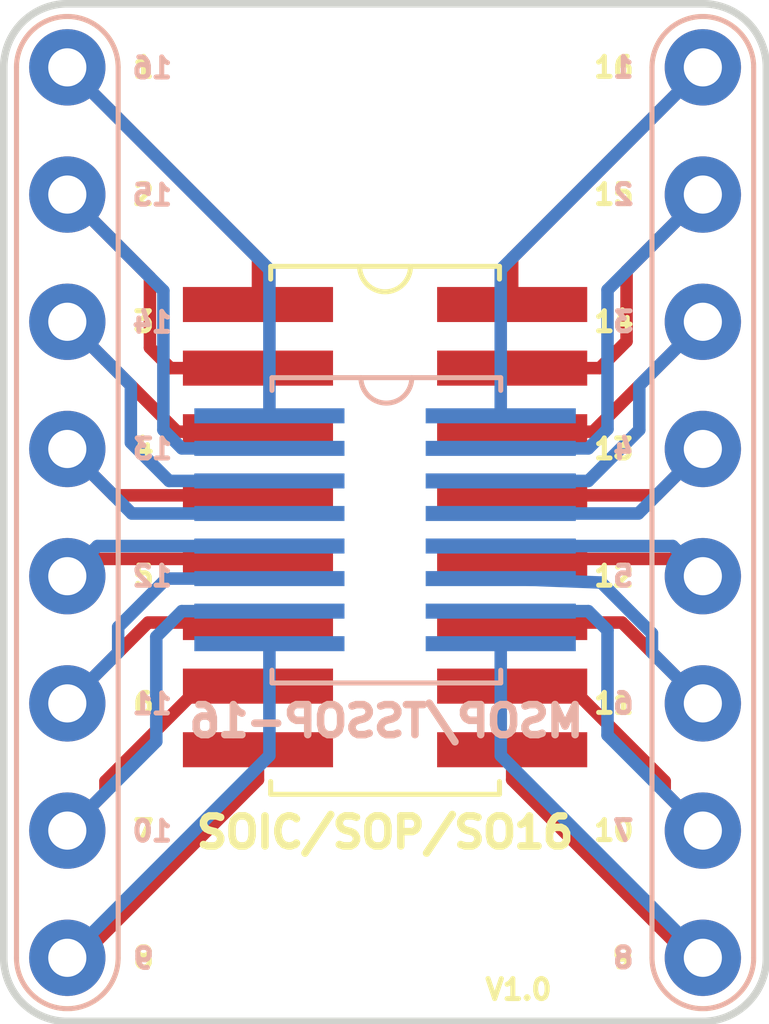
<source format=kicad_pcb>
(kicad_pcb (version 20171130) (host pcbnew "(5.0.0)")

  (general
    (thickness 1.6)
    (drawings 9)
    (tracks 96)
    (zones 0)
    (modules 3)
    (nets 17)
  )

  (page A4)
  (layers
    (0 F.Cu signal)
    (31 B.Cu signal)
    (32 B.Adhes user)
    (33 F.Adhes user)
    (34 B.Paste user)
    (35 F.Paste user)
    (36 B.SilkS user)
    (37 F.SilkS user)
    (38 B.Mask user)
    (39 F.Mask user)
    (40 Dwgs.User user)
    (41 Cmts.User user)
    (42 Eco1.User user)
    (43 Eco2.User user)
    (44 Edge.Cuts user)
    (45 Margin user)
    (46 B.CrtYd user)
    (47 F.CrtYd user)
    (48 B.Fab user)
    (49 F.Fab user)
  )

  (setup
    (last_trace_width 0.25)
    (trace_clearance 0.2)
    (zone_clearance 0.508)
    (zone_45_only no)
    (trace_min 0.2)
    (segment_width 0.2)
    (edge_width 0.15)
    (via_size 0.8)
    (via_drill 0.4)
    (via_min_size 0.4)
    (via_min_drill 0.3)
    (uvia_size 0.3)
    (uvia_drill 0.1)
    (uvias_allowed no)
    (uvia_min_size 0.2)
    (uvia_min_drill 0.1)
    (pcb_text_width 0.3)
    (pcb_text_size 1.5 1.5)
    (mod_edge_width 0.15)
    (mod_text_size 1 1)
    (mod_text_width 0.15)
    (pad_size 1.524 1.524)
    (pad_drill 0.762)
    (pad_to_mask_clearance 0.2)
    (aux_axis_origin 0 0)
    (visible_elements 7FFFFFFF)
    (pcbplotparams
      (layerselection 0x010fc_ffffffff)
      (usegerberextensions false)
      (usegerberattributes false)
      (usegerberadvancedattributes false)
      (creategerberjobfile false)
      (excludeedgelayer true)
      (linewidth 0.100000)
      (plotframeref false)
      (viasonmask false)
      (mode 1)
      (useauxorigin false)
      (hpglpennumber 1)
      (hpglpenspeed 20)
      (hpglpendiameter 15.000000)
      (psnegative false)
      (psa4output false)
      (plotreference true)
      (plotvalue true)
      (plotinvisibletext false)
      (padsonsilk false)
      (subtractmaskfromsilk false)
      (outputformat 1)
      (mirror false)
      (drillshape 1)
      (scaleselection 1)
      (outputdirectory ""))
  )

  (net 0 "")
  (net 1 "Net-(J1-Pad1)")
  (net 2 "Net-(J1-Pad2)")
  (net 3 "Net-(J1-Pad3)")
  (net 4 "Net-(J1-Pad4)")
  (net 5 "Net-(J1-Pad5)")
  (net 6 "Net-(J1-Pad6)")
  (net 7 "Net-(J1-Pad7)")
  (net 8 "Net-(J1-Pad8)")
  (net 9 "Net-(J1-Pad9)")
  (net 10 "Net-(J1-Pad10)")
  (net 11 "Net-(J1-Pad11)")
  (net 12 "Net-(J1-Pad12)")
  (net 13 "Net-(J1-Pad13)")
  (net 14 "Net-(J1-Pad14)")
  (net 15 "Net-(J1-Pad15)")
  (net 16 "Net-(J1-Pad16)")

  (net_class Default "This is the default net class."
    (clearance 0.2)
    (trace_width 0.25)
    (via_dia 0.8)
    (via_drill 0.4)
    (uvia_dia 0.3)
    (uvia_drill 0.1)
    (add_net "Net-(J1-Pad1)")
    (add_net "Net-(J1-Pad10)")
    (add_net "Net-(J1-Pad11)")
    (add_net "Net-(J1-Pad12)")
    (add_net "Net-(J1-Pad13)")
    (add_net "Net-(J1-Pad14)")
    (add_net "Net-(J1-Pad15)")
    (add_net "Net-(J1-Pad16)")
    (add_net "Net-(J1-Pad2)")
    (add_net "Net-(J1-Pad3)")
    (add_net "Net-(J1-Pad4)")
    (add_net "Net-(J1-Pad5)")
    (add_net "Net-(J1-Pad6)")
    (add_net "Net-(J1-Pad7)")
    (add_net "Net-(J1-Pad8)")
    (add_net "Net-(J1-Pad9)")
  )

  (module DevPcb:bb_2x8_ds locked (layer F.Cu) (tedit 5BCE1BA4) (tstamp 5BDAE1E1)
    (at 93.599 71.374)
    (path /5BC4685C)
    (fp_text reference J1 (at -1.524 0.762 270 unlocked) (layer F.SilkS) hide
      (effects (font (size 0.4 0.4) (thickness 0.1)))
    )
    (fp_text value bb2x8 (at -2.286 1.016 -90 unlocked) (layer F.Fab) hide
      (effects (font (size 0.4 0.4) (thickness 0.1)))
    )
    (fp_text user 14 (at 1.696789 5.091763 -180) (layer B.SilkS)
      (effects (font (size 0.4 0.4) (thickness 0.1)) (justify mirror))
    )
    (fp_text user 10 (at 1.696789 15.251763 -180) (layer B.SilkS)
      (effects (font (size 0.4 0.4) (thickness 0.1)) (justify mirror))
    )
    (fp_text user 13 (at 1.7018 7.62 -180) (layer B.SilkS)
      (effects (font (size 0.4 0.4) (thickness 0.1)) (justify mirror))
    )
    (fp_text user 15 (at 1.696789 2.551763 -180) (layer B.SilkS)
      (effects (font (size 0.4 0.4) (thickness 0.1)) (justify mirror))
    )
    (fp_text user 16 (at 1.696789 0.011763 -180) (layer B.SilkS)
      (effects (font (size 0.4 0.4) (thickness 0.1)) (justify mirror))
    )
    (fp_text user 12 (at 1.696789 10.16 -180) (layer B.SilkS)
      (effects (font (size 0.4 0.4) (thickness 0.1)) (justify mirror))
    )
    (fp_text user 11 (at 1.696789 12.711763 -180) (layer B.SilkS)
      (effects (font (size 0.4 0.4) (thickness 0.1)) (justify mirror))
    )
    (fp_text user 9 (at 1.524 17.791763 -180) (layer B.SilkS)
      (effects (font (size 0.4 0.4) (thickness 0.1)) (justify mirror))
    )
    (fp_text user 5 (at 11.110895 10.161357 180) (layer B.SilkS)
      (effects (font (size 0.4 0.4) (thickness 0.1)) (justify mirror))
    )
    (fp_text user 7 (at 11.110895 15.241357 180) (layer B.SilkS)
      (effects (font (size 0.4 0.4) (thickness 0.1)) (justify mirror))
    )
    (fp_text user 8 (at 11.110895 17.781357 180) (layer B.SilkS)
      (effects (font (size 0.4 0.4) (thickness 0.1)) (justify mirror))
    )
    (fp_text user 1 (at 11.110895 0.001357 180) (layer B.SilkS)
      (effects (font (size 0.4 0.4) (thickness 0.1)) (justify mirror))
    )
    (fp_text user 4 (at 11.110895 7.62 180) (layer B.SilkS)
      (effects (font (size 0.4 0.4) (thickness 0.1)) (justify mirror))
    )
    (fp_text user 3 (at 11.110895 5.081357 180) (layer B.SilkS)
      (effects (font (size 0.4 0.4) (thickness 0.1)) (justify mirror))
    )
    (fp_text user 2 (at 11.110895 2.541357 180) (layer B.SilkS)
      (effects (font (size 0.4 0.4) (thickness 0.1)) (justify mirror))
    )
    (fp_text user 6 (at 11.110895 12.701357 180) (layer B.SilkS)
      (effects (font (size 0.4 0.4) (thickness 0.1)) (justify mirror))
    )
    (fp_line (start 13.716 17.78) (end 13.716 0) (layer B.SilkS) (width 0.1))
    (fp_line (start 11.684 0) (end 11.684 17.78) (layer B.SilkS) (width 0.1))
    (fp_line (start 1.016 17.78) (end 1.016 0) (layer B.SilkS) (width 0.1))
    (fp_line (start -1.016 0) (end -1.016 17.78) (layer B.SilkS) (width 0.1))
    (fp_arc (start 0 0) (end 1.016 0) (angle -180) (layer B.SilkS) (width 0.1))
    (fp_arc (start 12.7 0) (end 13.716 0) (angle -180) (layer B.SilkS) (width 0.1))
    (fp_arc (start 12.7 17.78) (end 11.684 17.78) (angle -180) (layer B.SilkS) (width 0.1))
    (fp_arc (start 0 17.78) (end -1.016 17.78) (angle -180) (layer B.SilkS) (width 0.1))
    (fp_text user 11 (at 10.922 12.7) (layer F.SilkS)
      (effects (font (size 0.4 0.4) (thickness 0.1)))
    )
    (fp_text user 6 (at 1.524 12.7) (layer F.SilkS)
      (effects (font (size 0.4 0.4) (thickness 0.1)))
    )
    (fp_text user 9 (at 11.0998 17.78) (layer F.SilkS)
      (effects (font (size 0.4 0.4) (thickness 0.1)))
    )
    (fp_text user 12 (at 10.922 10.16) (layer F.SilkS)
      (effects (font (size 0.4 0.4) (thickness 0.1)))
    )
    (fp_text user 5 (at 1.524 10.16) (layer F.SilkS)
      (effects (font (size 0.4 0.4) (thickness 0.1)))
    )
    (fp_text user 7 (at 1.524 15.24) (layer F.SilkS)
      (effects (font (size 0.4 0.4) (thickness 0.1)))
    )
    (fp_text user 10 (at 10.922 15.24) (layer F.SilkS)
      (effects (font (size 0.4 0.4) (thickness 0.1)))
    )
    (fp_text user 8 (at 1.524 17.78) (layer F.SilkS)
      (effects (font (size 0.4 0.4) (thickness 0.1)))
    )
    (fp_text user 14 (at 10.922 5.08) (layer F.SilkS)
      (effects (font (size 0.4 0.4) (thickness 0.1)))
    )
    (fp_text user 13 (at 10.922 7.62) (layer F.SilkS)
      (effects (font (size 0.4 0.4) (thickness 0.1)))
    )
    (fp_text user 15 (at 10.922 2.54) (layer F.SilkS)
      (effects (font (size 0.4 0.4) (thickness 0.1)))
    )
    (fp_text user 16 (at 10.922 0) (layer F.SilkS)
      (effects (font (size 0.4 0.4) (thickness 0.1)))
    )
    (fp_line (start 13.716 17.78) (end 13.716 0) (layer F.SilkS) (width 0.1))
    (fp_line (start 11.684 17.78) (end 11.684 0) (layer F.SilkS) (width 0.1))
    (fp_arc (start 12.7 17.78) (end 11.684 17.78) (angle -180) (layer F.SilkS) (width 0.1))
    (fp_arc (start 12.7 0) (end 13.716 0) (angle -180) (layer F.SilkS) (width 0.1))
    (fp_arc (start 0 17.78) (end -1.016 17.78) (angle -180) (layer F.SilkS) (width 0.1))
    (fp_arc (start 0 0) (end 1.016 0) (angle -180) (layer F.SilkS) (width 0.1))
    (fp_text user 4 (at 1.524 7.62) (layer F.SilkS)
      (effects (font (size 0.4 0.4) (thickness 0.1)))
    )
    (fp_text user 3 (at 1.524 5.08) (layer F.SilkS)
      (effects (font (size 0.4 0.4) (thickness 0.1)))
    )
    (fp_text user 2 (at 1.524 2.54) (layer F.SilkS)
      (effects (font (size 0.4 0.4) (thickness 0.1)))
    )
    (fp_line (start 1.016 17.78) (end 1.016 0) (layer F.SilkS) (width 0.1))
    (fp_line (start -1.016 0) (end -1.016 17.78) (layer F.SilkS) (width 0.1))
    (fp_text user 1 (at 1.524 0) (layer F.SilkS)
      (effects (font (size 0.4 0.4) (thickness 0.1)))
    )
    (pad 16 thru_hole circle (at 12.7 0) (size 1.524 1.524) (drill 0.762) (layers *.Cu *.Mask)
      (net 16 "Net-(J1-Pad16)"))
    (pad 15 thru_hole circle (at 12.7 2.54) (size 1.524 1.524) (drill 0.762) (layers *.Cu *.Mask)
      (net 15 "Net-(J1-Pad15)"))
    (pad 14 thru_hole circle (at 12.7 5.08) (size 1.524 1.524) (drill 0.762) (layers *.Cu *.Mask)
      (net 14 "Net-(J1-Pad14)"))
    (pad 13 thru_hole circle (at 12.7 7.62) (size 1.524 1.524) (drill 0.762) (layers *.Cu *.Mask)
      (net 13 "Net-(J1-Pad13)"))
    (pad 12 thru_hole circle (at 12.7 10.16) (size 1.524 1.524) (drill 0.762) (layers *.Cu *.Mask)
      (net 12 "Net-(J1-Pad12)"))
    (pad 11 thru_hole circle (at 12.7 12.7) (size 1.524 1.524) (drill 0.762) (layers *.Cu *.Mask)
      (net 11 "Net-(J1-Pad11)"))
    (pad 10 thru_hole circle (at 12.7 15.24) (size 1.524 1.524) (drill 0.762) (layers *.Cu *.Mask)
      (net 10 "Net-(J1-Pad10)"))
    (pad 9 thru_hole circle (at 12.7 17.78) (size 1.524 1.524) (drill 0.762) (layers *.Cu *.Mask)
      (net 9 "Net-(J1-Pad9)"))
    (pad 8 thru_hole circle (at 0 17.78) (size 1.524 1.524) (drill 0.762) (layers *.Cu *.Mask)
      (net 8 "Net-(J1-Pad8)"))
    (pad 7 thru_hole circle (at 0 15.24) (size 1.524 1.524) (drill 0.762) (layers *.Cu *.Mask)
      (net 7 "Net-(J1-Pad7)"))
    (pad 6 thru_hole circle (at 0 12.7) (size 1.524 1.524) (drill 0.762) (layers *.Cu *.Mask)
      (net 6 "Net-(J1-Pad6)"))
    (pad 5 thru_hole circle (at 0 10.16) (size 1.524 1.524) (drill 0.762) (layers *.Cu *.Mask)
      (net 5 "Net-(J1-Pad5)"))
    (pad 4 thru_hole circle (at 0 7.62) (size 1.524 1.524) (drill 0.762) (layers *.Cu *.Mask)
      (net 4 "Net-(J1-Pad4)"))
    (pad 3 thru_hole circle (at 0 5.08) (size 1.524 1.524) (drill 0.762) (layers *.Cu *.Mask)
      (net 3 "Net-(J1-Pad3)"))
    (pad 2 thru_hole circle (at 0 2.54) (size 1.524 1.524) (drill 0.762) (layers *.Cu *.Mask)
      (net 2 "Net-(J1-Pad2)"))
    (pad 1 thru_hole circle (at 0 0) (size 1.524 1.524) (drill 0.762) (layers *.Cu *.Mask)
      (net 1 "Net-(J1-Pad1)"))
    (model ${KISYS3DMOD}/Connector_PinHeader_2.54mm.3dshapes/PinHeader_1x08_P2.54mm_Vertical.step
      (offset (xyz 0 0 -2))
      (scale (xyz 1 1 1))
      (rotate (xyz 0 180 0))
    )
    (model ${KISYS3DMOD}/Connector_PinHeader_2.54mm.3dshapes/PinHeader_1x08_P2.54mm_Vertical.step
      (offset (xyz 12.7 0 -2))
      (scale (xyz 1 1 1))
      (rotate (xyz 0 180 0))
    )
  )

  (module DevPcb:msop_tssop-16 locked (layer B.Cu) (tedit 5BCE14D8) (tstamp 5BDAE1E0)
    (at 99.9744 77.062 180)
    (tags "msop msop-16 tssop tssop16")
    (path /5BCCD526)
    (attr smd)
    (fp_text reference U2 (at 0 -8.509 180) (layer B.SilkS) hide
      (effects (font (size 0.4 0.4) (thickness 0.1)) (justify mirror))
    )
    (fp_text value MSOP/TSSOP-16 (at 0 -7.366 180) (layer B.SilkS)
      (effects (font (size 0.6 0.6) (thickness 0.15)) (justify mirror))
    )
    (fp_arc (start 0 -0.508) (end -0.508 -0.508) (angle 180) (layer B.SilkS) (width 0.1))
    (fp_line (start 2.286 -6.35) (end 2.286 -6.604) (layer B.SilkS) (width 0.1))
    (fp_line (start 2.286 -6.604) (end -2.286 -6.604) (layer B.SilkS) (width 0.1))
    (fp_line (start -2.286 -6.35) (end -2.286 -6.604) (layer B.SilkS) (width 0.1))
    (fp_line (start 2.286 -0.508) (end 2.286 -0.762) (layer B.SilkS) (width 0.1))
    (fp_line (start -2.286 -0.508) (end -2.286 -0.762) (layer B.SilkS) (width 0.1))
    (fp_line (start -2.286 -0.508) (end 2.286 -0.508) (layer B.SilkS) (width 0.1))
    (pad 9 smd rect (at 2.3368 -5.82 180) (size 3 0.3) (layers B.Cu B.Paste B.Mask)
      (net 8 "Net-(J1-Pad8)") (solder_mask_margin 0.1))
    (pad 10 smd rect (at 2.3368 -5.17 180) (size 3 0.3) (layers B.Cu B.Paste B.Mask)
      (net 7 "Net-(J1-Pad7)") (solder_mask_margin 0.1))
    (pad 11 smd rect (at 2.3368 -4.52 180) (size 3 0.3) (layers B.Cu B.Paste B.Mask)
      (net 6 "Net-(J1-Pad6)") (solder_mask_margin 0.1))
    (pad 12 smd rect (at 2.3368 -3.87 180) (size 3 0.3) (layers B.Cu B.Paste B.Mask)
      (net 5 "Net-(J1-Pad5)") (solder_mask_margin 0.1))
    (pad 13 smd rect (at 2.3368 -3.22 180) (size 3 0.3) (layers B.Cu B.Paste B.Mask)
      (net 4 "Net-(J1-Pad4)") (solder_mask_margin 0.1))
    (pad 14 smd rect (at 2.3368 -2.57 180) (size 3 0.3) (layers B.Cu B.Paste B.Mask)
      (net 3 "Net-(J1-Pad3)") (solder_mask_margin 0.1))
    (pad 15 smd rect (at 2.3368 -1.92 180) (size 3 0.3) (layers B.Cu B.Paste B.Mask)
      (net 2 "Net-(J1-Pad2)") (solder_mask_margin 0.1))
    (pad 16 smd rect (at 2.3368 -1.27) (size 3 0.3) (layers B.Cu B.Paste B.Mask)
      (net 1 "Net-(J1-Pad1)") (solder_mask_margin 0.1))
    (pad 1 smd rect (at -2.286 -1.27 180) (size 3 0.3) (layers B.Cu B.Paste B.Mask)
      (net 16 "Net-(J1-Pad16)") (solder_mask_margin 0.1))
    (pad 2 smd rect (at -2.286 -1.92 180) (size 3 0.3) (layers B.Cu B.Paste B.Mask)
      (net 15 "Net-(J1-Pad15)") (solder_mask_margin 0.1))
    (pad 3 smd rect (at -2.286 -2.57 180) (size 3 0.3) (layers B.Cu B.Paste B.Mask)
      (net 14 "Net-(J1-Pad14)") (solder_mask_margin 0.1))
    (pad 4 smd rect (at -2.286 -3.22 180) (size 3 0.3) (layers B.Cu B.Paste B.Mask)
      (net 13 "Net-(J1-Pad13)") (solder_mask_margin 0.1))
    (pad 5 smd rect (at -2.286 -3.87 180) (size 3 0.3) (layers B.Cu B.Paste B.Mask)
      (net 12 "Net-(J1-Pad12)") (solder_mask_margin 0.1))
    (pad 6 smd rect (at -2.286 -4.52 180) (size 3 0.3) (layers B.Cu B.Paste B.Mask)
      (net 11 "Net-(J1-Pad11)") (solder_mask_margin 0.1))
    (pad 7 smd rect (at -2.286 -5.17 180) (size 3 0.3) (layers B.Cu B.Paste B.Mask)
      (net 10 "Net-(J1-Pad10)") (solder_mask_margin 0.1))
    (pad 8 smd rect (at -2.286 -5.82 180) (size 3 0.3) (layers B.Cu B.Paste B.Mask)
      (net 9 "Net-(J1-Pad9)") (solder_mask_margin 0.1))
    (model ${KISYS3DMOD}/Package_SO.3dshapes/TSSOP-16_4.4x5mm_P0.65mm.wrl
      (offset (xyz 0 -3.5 0))
      (scale (xyz 1 1 1))
      (rotate (xyz 0 0 0))
    )
  )

  (module DevPcb:soic_sop_so-16 locked (layer F.Cu) (tedit 5BCE1A92) (tstamp 5BDAE1AC)
    (at 99.949 74.8395)
    (tags "soic soic16 soic-16 soic-16-n sop so jedec")
    (path /5BC468BD)
    (attr smd)
    (fp_text reference U1 (at 0 12.954) (layer F.SilkS) hide
      (effects (font (size 0.4 0.4) (thickness 0.1)))
    )
    (fp_text value SOIC/SOP/SO16 (at 0 11.811) (layer F.SilkS)
      (effects (font (size 0.6 0.6) (thickness 0.15)))
    )
    (fp_line (start -2.286 0.508) (end 2.286 0.508) (layer F.SilkS) (width 0.1))
    (fp_line (start -2.286 0.508) (end -2.286 0.762) (layer F.SilkS) (width 0.1))
    (fp_line (start 2.286 0.508) (end 2.286 0.762) (layer F.SilkS) (width 0.1))
    (fp_line (start -2.286 10.795) (end -2.286 11.049) (layer F.SilkS) (width 0.1))
    (fp_line (start 2.286 11.049) (end -2.286 11.049) (layer F.SilkS) (width 0.1))
    (fp_line (start 2.286 10.795) (end 2.286 11.049) (layer F.SilkS) (width 0.1))
    (fp_arc (start 0 0.508) (end -0.508 0.508) (angle -180) (layer F.SilkS) (width 0.1))
    (pad 1 smd rect (at -2.54 1.27 90) (size 0.7 3) (layers F.Cu F.Paste F.Mask)
      (net 1 "Net-(J1-Pad1)") (solder_mask_margin 0.1))
    (pad 2 smd rect (at -2.54 2.54 90) (size 0.7 3) (layers F.Cu F.Paste F.Mask)
      (net 2 "Net-(J1-Pad2)") (solder_mask_margin 0.1))
    (pad 3 smd rect (at -2.54 3.81 90) (size 0.7 3) (layers F.Cu F.Paste F.Mask)
      (net 3 "Net-(J1-Pad3)") (solder_mask_margin 0.1))
    (pad 4 smd rect (at -2.54 5.08 90) (size 0.7 3) (layers F.Cu F.Paste F.Mask)
      (net 4 "Net-(J1-Pad4)") (solder_mask_margin 0.1))
    (pad 16 smd rect (at 2.54 1.27 90) (size 0.7 3) (layers F.Cu F.Paste F.Mask)
      (net 16 "Net-(J1-Pad16)") (solder_mask_margin 0.1))
    (pad 15 smd rect (at 2.54 2.54 90) (size 0.7 3) (layers F.Cu F.Paste F.Mask)
      (net 15 "Net-(J1-Pad15)") (solder_mask_margin 0.1))
    (pad 14 smd rect (at 2.54 3.81 90) (size 0.7 3) (layers F.Cu F.Paste F.Mask)
      (net 14 "Net-(J1-Pad14)") (solder_mask_margin 0.1))
    (pad 13 smd rect (at 2.54 5.08 90) (size 0.7 3) (layers F.Cu F.Paste F.Mask)
      (net 13 "Net-(J1-Pad13)") (solder_mask_margin 0.1))
    (pad 5 smd rect (at -2.54 6.35 90) (size 0.7 3) (layers F.Cu F.Paste F.Mask)
      (net 5 "Net-(J1-Pad5)") (solder_mask_margin 0.1))
    (pad 6 smd rect (at -2.54 7.62 90) (size 0.7 3) (layers F.Cu F.Paste F.Mask)
      (net 6 "Net-(J1-Pad6)") (solder_mask_margin 0.1))
    (pad 7 smd rect (at -2.54 8.89 90) (size 0.7 3) (layers F.Cu F.Paste F.Mask)
      (net 7 "Net-(J1-Pad7)") (solder_mask_margin 0.1))
    (pad 8 smd rect (at -2.54 10.16 90) (size 0.7 3) (layers F.Cu F.Paste F.Mask)
      (net 8 "Net-(J1-Pad8)") (solder_mask_margin 0.1))
    (pad 11 smd rect (at 2.54 7.62 90) (size 0.7 3) (layers F.Cu F.Paste F.Mask)
      (net 11 "Net-(J1-Pad11)") (solder_mask_margin 0.1))
    (pad 12 smd rect (at 2.54 6.35 90) (size 0.7 3) (layers F.Cu F.Paste F.Mask)
      (net 12 "Net-(J1-Pad12)") (solder_mask_margin 0.1))
    (pad 10 smd rect (at 2.54 8.89 90) (size 0.7 3) (layers F.Cu F.Paste F.Mask)
      (net 10 "Net-(J1-Pad10)") (solder_mask_margin 0.1))
    (pad 9 smd rect (at 2.54 10.16 90) (size 0.7 3) (layers F.Cu F.Paste F.Mask)
      (net 9 "Net-(J1-Pad9)") (solder_mask_margin 0.1))
    (model ${KISYS3DMOD}/Package_SO.3dshapes/SOIC-16_3.9x9.9mm_P1.27mm.step
      (offset (xyz 0 -5.7 0))
      (scale (xyz 1 1 1))
      (rotate (xyz 0 0 0))
    )
  )

  (gr_line (start 107.569 89.154) (end 107.569 71.374) (layer Edge.Cuts) (width 0.15))
  (gr_line (start 93.599 90.424) (end 106.299 90.424) (layer Edge.Cuts) (width 0.15))
  (gr_line (start 92.329 71.374) (end 92.329 89.154) (layer Edge.Cuts) (width 0.15))
  (gr_line (start 106.299 70.104) (end 93.599 70.104) (layer Edge.Cuts) (width 0.15))
  (gr_arc (start 106.299 71.374) (end 107.569 71.374) (angle -90) (layer Edge.Cuts) (width 0.15))
  (gr_arc (start 106.299 89.154) (end 106.299 90.424) (angle -90) (layer Edge.Cuts) (width 0.15))
  (gr_arc (start 93.599 89.154) (end 92.329 89.154) (angle -90) (layer Edge.Cuts) (width 0.15))
  (gr_arc (start 93.599 71.374) (end 93.599 70.104) (angle -90) (layer Edge.Cuts) (width 0.15))
  (gr_text V1.0 (at 102.616 89.789) (layer F.SilkS)
    (effects (font (size 0.4 0.4) (thickness 0.1)))
  )

  (segment (start 97.409 75.184) (end 97.409 76.1095) (width 0.25) (layer F.Cu) (net 1))
  (segment (start 93.599 71.374) (end 97.409 75.184) (width 0.25) (layer F.Cu) (net 1))
  (segment (start 97.6376 75.4126) (end 97.6376 78.332) (width 0.25) (layer B.Cu) (net 1))
  (segment (start 93.599 71.374) (end 97.6376 75.4126) (width 0.25) (layer B.Cu) (net 1))
  (segment (start 96.259 77.3795) (end 97.409 77.3795) (width 0.25) (layer F.Cu) (net 2))
  (segment (start 95.659 77.3795) (end 97.409 77.3795) (width 0.25) (layer F.Cu) (net 2))
  (segment (start 95.25 76.9705) (end 95.659 77.3795) (width 0.25) (layer F.Cu) (net 2))
  (segment (start 95.25 75.565) (end 95.25 76.9705) (width 0.25) (layer F.Cu) (net 2))
  (segment (start 93.599 73.914) (end 95.25 75.565) (width 0.25) (layer F.Cu) (net 2))
  (segment (start 95.8876 78.982) (end 95.5186 78.613) (width 0.25) (layer B.Cu) (net 2))
  (segment (start 97.6376 78.982) (end 95.8876 78.982) (width 0.25) (layer B.Cu) (net 2))
  (segment (start 95.5186 75.8336) (end 93.599 73.914) (width 0.25) (layer B.Cu) (net 2))
  (segment (start 95.5186 78.613) (end 95.5186 75.8336) (width 0.25) (layer B.Cu) (net 2))
  (segment (start 94.360999 77.215999) (end 93.599 76.454) (width 0.25) (layer F.Cu) (net 3))
  (segment (start 95.7945 78.6495) (end 94.360999 77.215999) (width 0.25) (layer F.Cu) (net 3))
  (segment (start 97.409 78.6495) (end 95.7945 78.6495) (width 0.25) (layer F.Cu) (net 3))
  (segment (start 94.360999 77.215999) (end 93.599 76.454) (width 0.25) (layer B.Cu) (net 3))
  (segment (start 94.869 77.724) (end 94.360999 77.215999) (width 0.25) (layer B.Cu) (net 3))
  (segment (start 94.869 78.867) (end 94.869 77.724) (width 0.25) (layer B.Cu) (net 3))
  (segment (start 97.6376 79.632) (end 95.634 79.632) (width 0.25) (layer B.Cu) (net 3))
  (segment (start 95.634 79.632) (end 94.869 78.867) (width 0.25) (layer B.Cu) (net 3))
  (segment (start 94.5245 79.9195) (end 93.599 78.994) (width 0.25) (layer F.Cu) (net 4))
  (segment (start 97.409 79.9195) (end 94.5245 79.9195) (width 0.25) (layer F.Cu) (net 4))
  (segment (start 94.887 80.282) (end 93.599 78.994) (width 0.25) (layer B.Cu) (net 4))
  (segment (start 97.6376 80.282) (end 94.887 80.282) (width 0.25) (layer B.Cu) (net 4))
  (segment (start 93.9435 81.1895) (end 93.599 81.534) (width 0.25) (layer F.Cu) (net 5))
  (segment (start 97.409 81.1895) (end 93.9435 81.1895) (width 0.25) (layer F.Cu) (net 5))
  (segment (start 94.201 80.932) (end 93.599 81.534) (width 0.25) (layer B.Cu) (net 5))
  (segment (start 97.6376 80.932) (end 94.201 80.932) (width 0.25) (layer B.Cu) (net 5))
  (segment (start 95.2135 82.4595) (end 93.599 84.074) (width 0.25) (layer F.Cu) (net 6))
  (segment (start 97.409 82.4595) (end 95.2135 82.4595) (width 0.25) (layer F.Cu) (net 6))
  (segment (start 97.6376 81.582) (end 95.583 81.582) (width 0.25) (layer B.Cu) (net 6))
  (segment (start 95.583 81.582) (end 94.615 82.55) (width 0.25) (layer B.Cu) (net 6))
  (segment (start 94.615 83.058) (end 93.599 84.074) (width 0.25) (layer B.Cu) (net 6))
  (segment (start 94.615 82.55) (end 94.615 83.058) (width 0.25) (layer B.Cu) (net 6))
  (segment (start 94.360999 85.852001) (end 93.599 86.614) (width 0.25) (layer F.Cu) (net 7))
  (segment (start 94.360999 85.627501) (end 94.360999 85.852001) (width 0.25) (layer F.Cu) (net 7))
  (segment (start 96.259 83.7295) (end 94.360999 85.627501) (width 0.25) (layer F.Cu) (net 7))
  (segment (start 97.409 83.7295) (end 96.259 83.7295) (width 0.25) (layer F.Cu) (net 7))
  (segment (start 95.8876 82.232) (end 95.377 82.7426) (width 0.25) (layer B.Cu) (net 7))
  (segment (start 97.6376 82.232) (end 95.8876 82.232) (width 0.25) (layer B.Cu) (net 7))
  (segment (start 95.377 84.836) (end 93.599 86.614) (width 0.25) (layer B.Cu) (net 7))
  (segment (start 95.377 82.7426) (end 95.377 84.836) (width 0.25) (layer B.Cu) (net 7))
  (segment (start 93.8545 89.154) (end 93.599 89.154) (width 0.25) (layer F.Cu) (net 8))
  (segment (start 97.409 85.5995) (end 93.8545 89.154) (width 0.25) (layer F.Cu) (net 8))
  (segment (start 97.409 84.9995) (end 97.409 85.5995) (width 0.25) (layer F.Cu) (net 8))
  (segment (start 97.6376 85.1154) (end 97.6376 82.882) (width 0.25) (layer B.Cu) (net 8))
  (segment (start 93.599 89.154) (end 97.6376 85.1154) (width 0.25) (layer B.Cu) (net 8))
  (segment (start 106.0435 89.154) (end 106.299 89.154) (width 0.25) (layer F.Cu) (net 9))
  (segment (start 102.489 85.5995) (end 106.0435 89.154) (width 0.25) (layer F.Cu) (net 9))
  (segment (start 102.489 84.9995) (end 102.489 85.5995) (width 0.25) (layer F.Cu) (net 9))
  (segment (start 102.2604 85.1154) (end 102.2604 82.882) (width 0.25) (layer B.Cu) (net 9))
  (segment (start 106.299 89.154) (end 102.2604 85.1154) (width 0.25) (layer B.Cu) (net 9))
  (segment (start 105.537001 85.852001) (end 106.299 86.614) (width 0.25) (layer F.Cu) (net 10))
  (segment (start 105.537001 85.627501) (end 105.537001 85.852001) (width 0.25) (layer F.Cu) (net 10))
  (segment (start 103.639 83.7295) (end 105.537001 85.627501) (width 0.25) (layer F.Cu) (net 10))
  (segment (start 102.489 83.7295) (end 103.639 83.7295) (width 0.25) (layer F.Cu) (net 10))
  (segment (start 104.0104 82.232) (end 104.394 82.6156) (width 0.25) (layer B.Cu) (net 10))
  (segment (start 102.2604 82.232) (end 104.0104 82.232) (width 0.25) (layer B.Cu) (net 10))
  (segment (start 104.394 84.709) (end 106.299 86.614) (width 0.25) (layer B.Cu) (net 10))
  (segment (start 104.394 82.6156) (end 104.394 84.709) (width 0.25) (layer B.Cu) (net 10))
  (segment (start 104.6845 82.4595) (end 106.299 84.074) (width 0.25) (layer F.Cu) (net 11))
  (segment (start 102.489 82.4595) (end 104.6845 82.4595) (width 0.25) (layer F.Cu) (net 11))
  (segment (start 105.283 83.058) (end 106.299 84.074) (width 0.25) (layer B.Cu) (net 11))
  (segment (start 105.283 82.677) (end 105.283 83.058) (width 0.25) (layer B.Cu) (net 11))
  (segment (start 102.2604 81.582) (end 104.267 81.661) (width 0.25) (layer B.Cu) (net 11))
  (segment (start 104.267 81.661) (end 105.283 82.677) (width 0.25) (layer B.Cu) (net 11))
  (segment (start 105.9545 81.1895) (end 106.299 81.534) (width 0.25) (layer F.Cu) (net 12))
  (segment (start 102.489 81.1895) (end 105.9545 81.1895) (width 0.25) (layer F.Cu) (net 12))
  (segment (start 105.697 80.932) (end 106.299 81.534) (width 0.25) (layer B.Cu) (net 12))
  (segment (start 102.2604 80.932) (end 105.697 80.932) (width 0.25) (layer B.Cu) (net 12))
  (segment (start 105.3735 79.9195) (end 106.299 78.994) (width 0.25) (layer F.Cu) (net 13))
  (segment (start 102.489 79.9195) (end 105.3735 79.9195) (width 0.25) (layer F.Cu) (net 13))
  (segment (start 105.011 80.282) (end 106.299 78.994) (width 0.25) (layer B.Cu) (net 13))
  (segment (start 102.2604 80.282) (end 105.011 80.282) (width 0.25) (layer B.Cu) (net 13))
  (segment (start 105.537001 77.215999) (end 106.299 76.454) (width 0.25) (layer F.Cu) (net 14))
  (segment (start 104.1035 78.6495) (end 105.537001 77.215999) (width 0.25) (layer F.Cu) (net 14))
  (segment (start 102.489 78.6495) (end 104.1035 78.6495) (width 0.25) (layer F.Cu) (net 14))
  (segment (start 102.2604 79.632) (end 104.0104 79.632) (width 0.25) (layer B.Cu) (net 14))
  (segment (start 104.0104 79.632) (end 104.0104 79.6316) (width 0.25) (layer B.Cu) (net 14))
  (segment (start 104.0104 79.6316) (end 105.029 78.613) (width 0.25) (layer B.Cu) (net 14))
  (segment (start 105.029 77.724) (end 106.299 76.454) (width 0.25) (layer B.Cu) (net 14))
  (segment (start 105.029 78.613) (end 105.029 77.724) (width 0.25) (layer B.Cu) (net 14))
  (segment (start 102.489 77.3795) (end 103.639 77.3795) (width 0.25) (layer F.Cu) (net 15))
  (segment (start 104.775 75.438) (end 106.299 73.914) (width 0.25) (layer F.Cu) (net 15))
  (segment (start 104.775 76.8435) (end 104.775 75.438) (width 0.25) (layer F.Cu) (net 15))
  (segment (start 104.239 77.3795) (end 104.775 76.8435) (width 0.25) (layer F.Cu) (net 15))
  (segment (start 102.489 77.3795) (end 104.239 77.3795) (width 0.25) (layer F.Cu) (net 15))
  (segment (start 104.0104 78.982) (end 104.394 78.5984) (width 0.25) (layer B.Cu) (net 15))
  (segment (start 102.2604 78.982) (end 104.0104 78.982) (width 0.25) (layer B.Cu) (net 15))
  (segment (start 104.394 75.819) (end 106.299 73.914) (width 0.25) (layer B.Cu) (net 15))
  (segment (start 104.394 78.5984) (end 104.394 75.819) (width 0.25) (layer B.Cu) (net 15))
  (segment (start 102.489 75.184) (end 102.489 76.1095) (width 0.25) (layer F.Cu) (net 16))
  (segment (start 106.299 71.374) (end 102.489 75.184) (width 0.25) (layer F.Cu) (net 16))
  (segment (start 102.2604 75.4126) (end 102.2604 78.332) (width 0.25) (layer B.Cu) (net 16))
  (segment (start 106.299 71.374) (end 102.2604 75.4126) (width 0.25) (layer B.Cu) (net 16))

)

</source>
